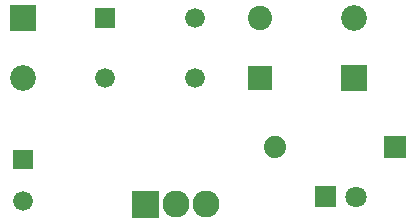
<source format=gbr>
G04 start of page 7 for group -4062 idx -4062 *
G04 Title: (unknown), soldermask *
G04 Creator: pcb 20140316 *
G04 CreationDate: Fri 22 Jan 2016 05:15:40 PM GMT UTC *
G04 For: ndholmes *
G04 Format: Gerber/RS-274X *
G04 PCB-Dimensions (mil): 1550.00 900.00 *
G04 PCB-Coordinate-Origin: lower left *
%MOIN*%
%FSLAX25Y25*%
%LNBOTTOMMASK*%
%ADD58C,0.0710*%
%ADD57C,0.0900*%
%ADD56C,0.0740*%
%ADD55C,0.0860*%
%ADD54C,0.0001*%
%ADD53C,0.0809*%
%ADD52C,0.0660*%
G54D52*X79000Y55000D03*
Y75000D03*
G54D53*X100500D03*
G54D54*G36*
X45700Y78300D02*Y71700D01*
X52300D01*
Y78300D01*
X45700D01*
G37*
G54D52*X49000Y55000D03*
G54D54*G36*
X17200Y79300D02*Y70700D01*
X25800D01*
Y79300D01*
X17200D01*
G37*
G54D55*X21500Y55000D03*
G54D54*G36*
X18200Y31200D02*Y24600D01*
X24800D01*
Y31200D01*
X18200D01*
G37*
G54D52*X21500Y14100D03*
G54D54*G36*
X96453Y59047D02*Y50953D01*
X104547D01*
Y59047D01*
X96453D01*
G37*
G54D56*X105500Y32000D03*
G54D57*X82500Y13000D03*
X72500D03*
G54D54*G36*
X58000Y17500D02*Y8500D01*
X67000D01*
Y17500D01*
X58000D01*
G37*
G36*
X127700Y59300D02*Y50700D01*
X136300D01*
Y59300D01*
X127700D01*
G37*
G54D55*X132000Y75000D03*
G54D54*G36*
X118950Y19050D02*Y11950D01*
X126050D01*
Y19050D01*
X118950D01*
G37*
G54D58*X132500Y15500D03*
G54D54*G36*
X141800Y35700D02*Y28300D01*
X149200D01*
Y35700D01*
X141800D01*
G37*
M02*

</source>
